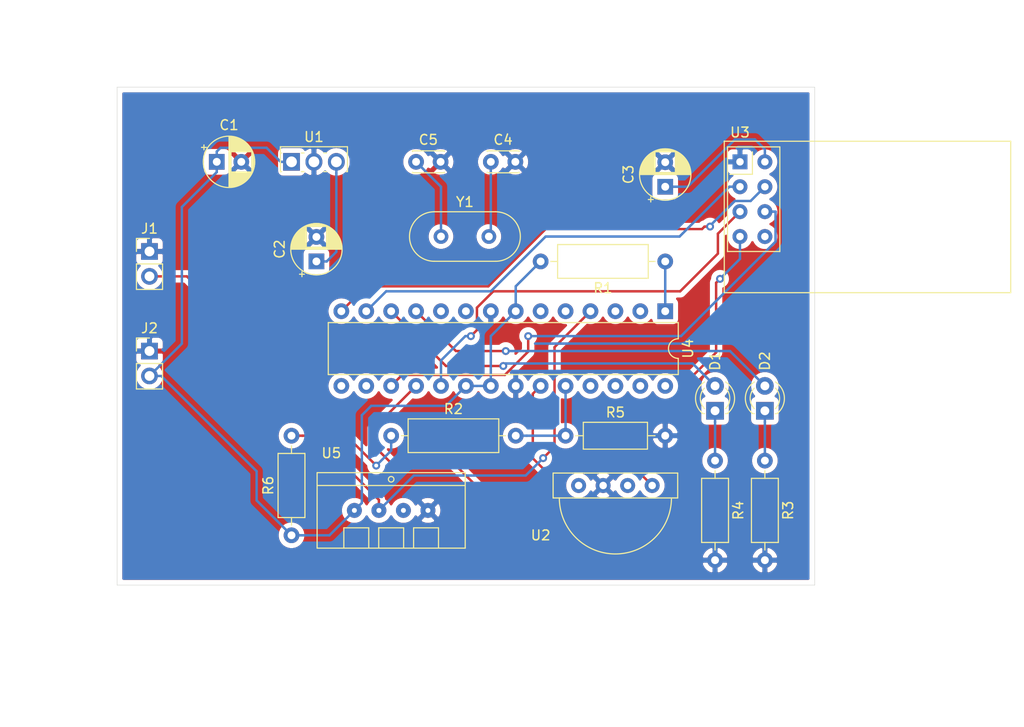
<source format=kicad_pcb>
(kicad_pcb (version 20171130) (host pcbnew "(5.1.4)-1")
  (layers (0 F.Cu signal) (31 B.Cu signal) (34 B.Paste user) (35 F.Paste user) (36 B.SilkS user) (37 F.SilkS user) (38 B.Mask user) (39 F.Mask user) (44 Edge.Cuts user))
  (net 0 "")
  (net 1 GND)
  (net 2 +5V)
  (net 3 +3V3)
  (net 4 XTAL1)
  (net 5 XTAL2)
  (net 6 /LED2)
  (net 7 "Net-(D1-Pad1)")
  (net 8 "Net-(D2-Pad1)")
  (net 9 /LED1)
  (net 10 VDC)
  (net 11 "Net-(R1-Pad1)")
  (net 12 /ADC1)
  (net 13 /Data)
  (net 14 "Net-(U2-Pad3)")
  (net 15 /ADC0)
  (net 16 /CE)
  (net 17 /CSN)
  (net 18 /SCK)
  (net 19 /MOSI)
  (net 20 /MISO)
  (net 21 "Net-(U3-Pad8)")
  (net 22 "Net-(U4-Pad15)")
  (net 23 "Net-(U4-Pad2)")
  (net 24 "Net-(U4-Pad16)")
  (net 25 "Net-(U4-Pad3)")
  (net 26 "Net-(U4-Pad5)")
  (net 27 "Net-(U4-Pad6)")
  (net 28 "Net-(U4-Pad25)")
  (net 29 "Net-(U4-Pad26)")
  (net 30 "Net-(U4-Pad27)")
  (net 31 "Net-(U4-Pad28)")
  (net 32 "Net-(U5-Pad3)")
  (module Capacitor_THT:CP_Radial_D5.0mm_P2.50mm (layer F.Cu) (at 71.12 33.02)
    (fp_text reference C1 (at 1.25 -3.75) (layer F.SilkS))
    (fp_text value 0.1uF)
    (pad 2 thru_hole circle (at 2.5 0) (size 1.6 1.6) (drill 0.8) (layers *.Cu *.Mask) (net 1 GND))
    (pad 1 thru_hole rect (at 0 0) (size 1.6 1.6) (drill 0.8) (layers *.Cu *.Mask) (net 2 +5V))
  )
  (module Capacitor_THT:CP_Radial_D5.0mm_P2.50mm (layer F.Cu) (at 81.28 43.18 90)
    (fp_text reference C2 (at 1.25 -3.75 90) (layer F.SilkS))
    (fp_text value 22uF)
    (pad 1 thru_hole rect (at 0 0 90) (size 1.6 1.6) (drill 0.8) (layers *.Cu *.Mask) (net 3 +3V3))
    (pad 2 thru_hole circle (at 2.5 0 90) (size 1.6 1.6) (drill 0.8) (layers *.Cu *.Mask) (net 1 GND))
  )
  (module Capacitor_THT:CP_Radial_D5.0mm_P2.50mm (layer F.Cu) (at 116.84 35.56 90)
    (fp_text reference C3 (at 1.25 -3.75 90) (layer F.SilkS))
    (fp_text value 10uF)
    (pad 1 thru_hole rect (at 0 0 90) (size 1.6 1.6) (drill 0.8) (layers *.Cu *.Mask) (net 3 +3V3))
    (pad 2 thru_hole circle (at 2.5 0 90) (size 1.6 1.6) (drill 0.8) (layers *.Cu *.Mask) (net 1 GND))
  )
  (module Capacitor_THT:C_Disc_D3.0mm_W2.0mm_P2.50mm (layer F.Cu) (at 99.06 33.02)
    (fp_text reference C4 (at 1.25 -2.25) (layer F.SilkS))
    (fp_text value 22pF)
    (pad 1 thru_hole circle (at 0 0) (size 1.6 1.6) (drill 0.8) (layers *.Cu *.Mask) (net 4 XTAL1))
    (pad 2 thru_hole circle (at 2.5 0) (size 1.6 1.6) (drill 0.8) (layers *.Cu *.Mask) (net 1 GND))
  )
  (module Capacitor_THT:C_Disc_D3.0mm_W2.0mm_P2.50mm (layer F.Cu) (at 91.44 33.02)
    (fp_text reference C5 (at 1.25 -2.25) (layer F.SilkS))
    (fp_text value 22pF)
    (pad 2 thru_hole circle (at 2.5 0) (size 1.6 1.6) (drill 0.8) (layers *.Cu *.Mask) (net 1 GND))
    (pad 1 thru_hole circle (at 0 0) (size 1.6 1.6) (drill 0.8) (layers *.Cu *.Mask) (net 5 XTAL2))
  )
  (module LED_THT:LED_D3.0mm (layer F.Cu) (at 121.92 58.42 90)
    (fp_text reference D1 (at 5.08 0 90) (layer F.SilkS))
    (fp_text value LED)
    (pad 2 thru_hole circle (at 2.54 0 90) (size 1.8 1.8) (drill 0.9) (layers *.Cu *.Mask) (net 6 /LED2))
    (pad 1 thru_hole rect (at 0 0 90) (size 1.8 1.8) (drill 0.9) (layers *.Cu *.Mask) (net 7 "Net-(D1-Pad1)"))
  )
  (module LED_THT:LED_D3.0mm (layer F.Cu) (at 127 58.42 90)
    (fp_text reference D2 (at 5.08 0 90) (layer F.SilkS))
    (fp_text value LED)
    (pad 1 thru_hole rect (at 0 0 90) (size 1.8 1.8) (drill 0.9) (layers *.Cu *.Mask) (net 8 "Net-(D2-Pad1)"))
    (pad 2 thru_hole circle (at 2.54 0 90) (size 1.8 1.8) (drill 0.9) (layers *.Cu *.Mask) (net 9 /LED1))
  )
  (module Connector_PinHeader_2.54mm:PinHeader_1x02_P2.54mm_Vertical (layer F.Cu) (at 64.262 42.164)
    (fp_text reference J1 (at 0 -2.33) (layer F.SilkS))
    (fp_text value Conn_01x02_Female)
    (pad 2 thru_hole oval (at 0 2.54) (size 1.7 1.7) (drill 1) (layers *.Cu *.Mask) (net 10 VDC))
    (pad 1 thru_hole rect (at 0 0) (size 1.7 1.7) (drill 1) (layers *.Cu *.Mask) (net 1 GND))
  )
  (module Connector_PinHeader_2.54mm:PinHeader_1x02_P2.54mm_Vertical (layer F.Cu) (at 64.262 52.324)
    (fp_text reference J2 (at 0 -2.33) (layer F.SilkS))
    (fp_text value Conn_01x02_Female)
    (pad 1 thru_hole rect (at 0 0) (size 1.7 1.7) (drill 1) (layers *.Cu *.Mask) (net 1 GND))
    (pad 2 thru_hole oval (at 0 2.54) (size 1.7 1.7) (drill 1) (layers *.Cu *.Mask) (net 2 +5V))
  )
  (module Resistor_THT:R_Axial_DIN0309_L9.0mm_D3.2mm_P12.70mm_Horizontal (layer F.Cu) (at 116.84 43.18 180)
    (fp_text reference R1 (at 6.35 -2.72) (layer F.SilkS))
    (fp_text value 10k)
    (pad 1 thru_hole circle (at 0 0 180) (size 1.6 1.6) (drill 0.8) (layers *.Cu *.Mask) (net 11 "Net-(R1-Pad1)"))
    (pad 2 thru_hole oval (at 12.7 0 180) (size 1.6 1.6) (drill 0.8) (layers *.Cu *.Mask) (net 2 +5V))
  )
  (module Resistor_THT:R_Axial_DIN0309_L9.0mm_D3.2mm_P12.70mm_Horizontal (layer F.Cu) (at 88.9 60.96)
    (fp_text reference R2 (at 6.35 -2.72) (layer F.SilkS))
    (fp_text value 1k)
    (pad 2 thru_hole oval (at 12.7 0) (size 1.6 1.6) (drill 0.8) (layers *.Cu *.Mask) (net 12 /ADC1))
    (pad 1 thru_hole circle (at 0 0) (size 1.6 1.6) (drill 0.8) (layers *.Cu *.Mask) (net 10 VDC))
  )
  (module Resistor_THT:R_Axial_DIN0207_L6.3mm_D2.5mm_P10.16mm_Horizontal (layer F.Cu) (at 127 63.5 270)
    (fp_text reference R3 (at 5.08 -2.37 90) (layer F.SilkS))
    (fp_text value 330)
    (pad 1 thru_hole circle (at 0 0 270) (size 1.6 1.6) (drill 0.8) (layers *.Cu *.Mask) (net 8 "Net-(D2-Pad1)"))
    (pad 2 thru_hole oval (at 10.16 0 270) (size 1.6 1.6) (drill 0.8) (layers *.Cu *.Mask) (net 1 GND))
  )
  (module Resistor_THT:R_Axial_DIN0207_L6.3mm_D2.5mm_P10.16mm_Horizontal (layer F.Cu) (at 121.92 63.5 270)
    (fp_text reference R4 (at 5.08 -2.37 90) (layer F.SilkS))
    (fp_text value 330)
    (pad 2 thru_hole oval (at 10.16 0 270) (size 1.6 1.6) (drill 0.8) (layers *.Cu *.Mask) (net 1 GND))
    (pad 1 thru_hole circle (at 0 0 270) (size 1.6 1.6) (drill 0.8) (layers *.Cu *.Mask) (net 7 "Net-(D1-Pad1)"))
  )
  (module Resistor_THT:R_Axial_DIN0207_L6.3mm_D2.5mm_P10.16mm_Horizontal (layer F.Cu) (at 106.68 60.96)
    (fp_text reference R5 (at 5.08 -2.37) (layer F.SilkS))
    (fp_text value 1k)
    (pad 1 thru_hole circle (at 0 0) (size 1.6 1.6) (drill 0.8) (layers *.Cu *.Mask) (net 12 /ADC1))
    (pad 2 thru_hole oval (at 10.16 0) (size 1.6 1.6) (drill 0.8) (layers *.Cu *.Mask) (net 1 GND))
  )
  (module Resistor_THT:R_Axial_DIN0207_L6.3mm_D2.5mm_P10.16mm_Horizontal (layer F.Cu) (at 78.74 71.12 90)
    (fp_text reference R6 (at 5.08 -2.37 90) (layer F.SilkS))
    (fp_text value 1k)
    (pad 2 thru_hole oval (at 10.16 0 90) (size 1.6 1.6) (drill 0.8) (layers *.Cu *.Mask) (net 13 /Data))
    (pad 1 thru_hole circle (at 0 0 90) (size 1.6 1.6) (drill 0.8) (layers *.Cu *.Mask) (net 2 +5V))
  )
  (module Package_TO_SOT_THT:SIPAK_Vertical (layer F.Cu) (at 78.74 33.02)
    (fp_text reference U1 (at 2.286 -2.54) (layer F.SilkS))
    (fp_text value TLV2217-33)
    (pad 1 thru_hole rect (at 0 0) (size 1.7145 1.8) (drill 1.1) (layers *.Cu *.Mask) (net 2 +5V))
    (pad 2 thru_hole oval (at 2.286 0) (size 1.7145 1.8) (drill 1.1) (layers *.Cu *.Mask) (net 1 GND))
    (pad 3 thru_hole oval (at 4.572 0) (size 1.7145 1.8) (drill 1.1) (layers *.Cu *.Mask) (net 3 +3V3))
  )
  (module MQ2:MQ2_D (layer F.Cu) (at 111.76 66.04)
    (fp_text reference U2 (at -7.62 5.08) (layer F.SilkS))
    (fp_text value MQ2_D)
    (pad 1 thru_hole circle (at -3.75 0) (size 1.524 1.524) (drill 0.762) (layers *.Cu *.Mask) (net 2 +5V))
    (pad 2 thru_hole circle (at -1.25 0) (size 1.524 1.524) (drill 0.762) (layers *.Cu *.Mask) (net 1 GND))
    (pad 3 thru_hole circle (at 1.25 0) (size 1.524 1.524) (drill 0.762) (layers *.Cu *.Mask) (net 14 "Net-(U2-Pad3)"))
    (pad 4 thru_hole circle (at 3.75 0) (size 1.524 1.524) (drill 0.762) (layers *.Cu *.Mask) (net 15 /ADC0))
  )
  (module RF_Module:nRF24L01_Breakout (layer F.Cu) (at 124.46 33.02)
    (fp_text reference U3 (at 0 -3) (layer F.SilkS))
    (fp_text value NRF24L01_Breakout)
    (pad 1 thru_hole rect (at 0 0) (size 1.524 1.524) (drill 0.762) (layers *.Cu *.Mask) (net 1 GND))
    (pad 2 thru_hole circle (at 2.54 0) (size 1.524 1.524) (drill 0.762) (layers *.Cu *.Mask) (net 3 +3V3))
    (pad 3 thru_hole circle (at 0 2.54) (size 1.524 1.524) (drill 0.762) (layers *.Cu *.Mask) (net 16 /CE))
    (pad 4 thru_hole circle (at 2.54 2.54) (size 1.524 1.524) (drill 0.762) (layers *.Cu *.Mask) (net 17 /CSN))
    (pad 5 thru_hole circle (at 0 5.08) (size 1.524 1.524) (drill 0.762) (layers *.Cu *.Mask) (net 18 /SCK))
    (pad 6 thru_hole circle (at 2.54 5.08) (size 1.524 1.524) (drill 0.762) (layers *.Cu *.Mask) (net 19 /MOSI))
    (pad 7 thru_hole circle (at 0 7.62) (size 1.524 1.524) (drill 0.762) (layers *.Cu *.Mask) (net 20 /MISO))
    (pad 8 thru_hole circle (at 2.54 7.62) (size 1.524 1.524) (drill 0.762) (layers *.Cu *.Mask) (net 21 "Net-(U3-Pad8)"))
  )
  (module Package_DIP:DIP-28_W7.62mm (layer F.Cu) (at 116.84 48.26 270)
    (fp_text reference U4 (at 3.81 -2.33 90) (layer F.SilkS))
    (fp_text value ATmega328P-PU)
    (pad 1 thru_hole rect (at 0 0 270) (size 1.6 1.6) (drill 0.8) (layers *.Cu *.Mask) (net 11 "Net-(R1-Pad1)"))
    (pad 15 thru_hole oval (at 7.62 33.02 270) (size 1.6 1.6) (drill 0.8) (layers *.Cu *.Mask) (net 22 "Net-(U4-Pad15)"))
    (pad 2 thru_hole oval (at 0 2.54 270) (size 1.6 1.6) (drill 0.8) (layers *.Cu *.Mask) (net 23 "Net-(U4-Pad2)"))
    (pad 16 thru_hole oval (at 7.62 30.48 270) (size 1.6 1.6) (drill 0.8) (layers *.Cu *.Mask) (net 24 "Net-(U4-Pad16)"))
    (pad 3 thru_hole oval (at 0 5.08 270) (size 1.6 1.6) (drill 0.8) (layers *.Cu *.Mask) (net 25 "Net-(U4-Pad3)"))
    (pad 17 thru_hole oval (at 7.62 27.94 270) (size 1.6 1.6) (drill 0.8) (layers *.Cu *.Mask) (net 19 /MOSI))
    (pad 4 thru_hole oval (at 0 7.62 270) (size 1.6 1.6) (drill 0.8) (layers *.Cu *.Mask) (net 13 /Data))
    (pad 18 thru_hole oval (at 7.62 25.4 270) (size 1.6 1.6) (drill 0.8) (layers *.Cu *.Mask) (net 20 /MISO))
    (pad 5 thru_hole oval (at 0 10.16 270) (size 1.6 1.6) (drill 0.8) (layers *.Cu *.Mask) (net 26 "Net-(U4-Pad5)"))
    (pad 19 thru_hole oval (at 7.62 22.86 270) (size 1.6 1.6) (drill 0.8) (layers *.Cu *.Mask) (net 18 /SCK))
    (pad 6 thru_hole oval (at 0 12.7 270) (size 1.6 1.6) (drill 0.8) (layers *.Cu *.Mask) (net 27 "Net-(U4-Pad6)"))
    (pad 20 thru_hole oval (at 7.62 20.32 270) (size 1.6 1.6) (drill 0.8) (layers *.Cu *.Mask) (net 2 +5V))
    (pad 7 thru_hole oval (at 0 15.24 270) (size 1.6 1.6) (drill 0.8) (layers *.Cu *.Mask) (net 2 +5V))
    (pad 21 thru_hole oval (at 7.62 17.78 270) (size 1.6 1.6) (drill 0.8) (layers *.Cu *.Mask) (net 2 +5V))
    (pad 8 thru_hole oval (at 0 17.78 270) (size 1.6 1.6) (drill 0.8) (layers *.Cu *.Mask) (net 1 GND))
    (pad 22 thru_hole oval (at 7.62 15.24 270) (size 1.6 1.6) (drill 0.8) (layers *.Cu *.Mask) (net 1 GND))
    (pad 9 thru_hole oval (at 0 20.32 270) (size 1.6 1.6) (drill 0.8) (layers *.Cu *.Mask) (net 4 XTAL1))
    (pad 23 thru_hole oval (at 7.62 12.7 270) (size 1.6 1.6) (drill 0.8) (layers *.Cu *.Mask) (net 15 /ADC0))
    (pad 10 thru_hole oval (at 0 22.86 270) (size 1.6 1.6) (drill 0.8) (layers *.Cu *.Mask) (net 5 XTAL2))
    (pad 24 thru_hole oval (at 7.62 10.16 270) (size 1.6 1.6) (drill 0.8) (layers *.Cu *.Mask) (net 12 /ADC1))
    (pad 11 thru_hole oval (at 0 25.4 270) (size 1.6 1.6) (drill 0.8) (layers *.Cu *.Mask) (net 9 /LED1))
    (pad 25 thru_hole oval (at 7.62 7.62 270) (size 1.6 1.6) (drill 0.8) (layers *.Cu *.Mask) (net 28 "Net-(U4-Pad25)"))
    (pad 12 thru_hole oval (at 0 27.94 270) (size 1.6 1.6) (drill 0.8) (layers *.Cu *.Mask) (net 6 /LED2))
    (pad 26 thru_hole oval (at 7.62 5.08 270) (size 1.6 1.6) (drill 0.8) (layers *.Cu *.Mask) (net 29 "Net-(U4-Pad26)"))
    (pad 13 thru_hole oval (at 0 30.48 270) (size 1.6 1.6) (drill 0.8) (layers *.Cu *.Mask) (net 16 /CE))
    (pad 27 thru_hole oval (at 7.62 2.54 270) (size 1.6 1.6) (drill 0.8) (layers *.Cu *.Mask) (net 30 "Net-(U4-Pad27)"))
    (pad 14 thru_hole oval (at 0 33.02 270) (size 1.6 1.6) (drill 0.8) (layers *.Cu *.Mask) (net 17 /CSN))
    (pad 28 thru_hole oval (at 7.62 0 270) (size 1.6 1.6) (drill 0.8) (layers *.Cu *.Mask) (net 31 "Net-(U4-Pad28)"))
  )
  (module DHT22:DHT22 (layer F.Cu) (at 88.9 68.58)
    (fp_text reference U5 (at -6.096 -5.842) (layer F.SilkS))
    (fp_text value DHT22)
    (pad 2 thru_hole circle (at -1.25 0) (size 1.524 1.524) (drill 0.5) (layers *.Cu *.Mask) (net 13 /Data))
    (pad 1 thru_hole circle (at -3.75 0) (size 1.524 1.524) (drill 0.5) (layers *.Cu *.Mask) (net 2 +5V))
    (pad 3 thru_hole circle (at 1.25 0) (size 1.524 1.524) (drill 0.5) (layers *.Cu *.Mask) (net 32 "Net-(U5-Pad3)"))
    (pad 4 thru_hole circle (at 3.75 0) (size 1.524 1.524) (drill 0.5) (layers *.Cu *.Mask) (net 1 GND))
  )
  (module Crystal:Crystal_HC49-U_Vertical (layer F.Cu) (at 93.98 40.64)
    (fp_text reference Y1 (at 2.44 -3.525) (layer F.SilkS))
    (fp_text value Crystal)
    (pad 1 thru_hole circle (at 0 0) (size 1.5 1.5) (drill 0.8) (layers *.Cu *.Mask) (net 5 XTAL2))
    (pad 2 thru_hole circle (at 4.88 0) (size 1.5 1.5) (drill 0.8) (layers *.Cu *.Mask) (net 4 XTAL1))
  )
  (gr_line (start 132.08 25.4) (end 60.96 25.4) (layer Edge.Cuts) (width 0.05))
  (gr_line (start 132.08 76.2) (end 132.08 25.4) (layer Edge.Cuts) (width 0.05))
  (gr_line (start 60.96 76.2) (end 132.08 76.2) (layer Edge.Cuts) (width 0.05))
  (gr_line (start 60.96 25.4) (end 60.96 76.2) (layer Edge.Cuts) (width 0.05))
  (segment (start 71.12 31.97) (end 71.12 33.02) (width 0.25) (layer B.Cu) (net 2))
  (segment (start 71.50275 31.58725) (end 71.12 31.97) (width 0.25) (layer B.Cu) (net 2))
  (segment (start 76.2 31.58725) (end 71.50275 31.58725) (width 0.25) (layer B.Cu) (net 2))
  (segment (start 77.63275 33.02) (end 76.2 31.58725) (width 0.25) (layer B.Cu) (net 2))
  (segment (start 78.74 33.02) (end 77.63275 33.02) (width 0.25) (layer B.Cu) (net 2))
  (segment (start 82.61 71.12) (end 85.15 68.58) (width 0.25) (layer B.Cu) (net 2))
  (segment (start 78.74 71.12) (end 82.61 71.12) (width 0.25) (layer B.Cu) (net 2))
  (segment (start 85.911999 67.818001) (end 85.911999 58.868001) (width 0.25) (layer B.Cu) (net 2))
  (segment (start 85.15 68.58) (end 85.911999 67.818001) (width 0.25) (layer B.Cu) (net 2))
  (segment (start 85.911999 58.868001) (end 86.868 57.912) (width 0.25) (layer B.Cu) (net 2))
  (segment (start 94.488 57.912) (end 96.52 55.88) (width 0.25) (layer B.Cu) (net 2))
  (segment (start 86.868 57.912) (end 94.488 57.912) (width 0.25) (layer B.Cu) (net 2))
  (segment (start 97.65137 55.88) (end 99.06 55.88) (width 0.25) (layer B.Cu) (net 2))
  (segment (start 96.52 55.88) (end 97.65137 55.88) (width 0.25) (layer B.Cu) (net 2))
  (segment (start 99.06 50.8) (end 101.6 48.26) (width 0.25) (layer B.Cu) (net 2))
  (segment (start 99.06 55.88) (end 99.06 50.8) (width 0.25) (layer B.Cu) (net 2))
  (segment (start 101.6 45.72) (end 104.14 43.18) (width 0.25) (layer B.Cu) (net 2))
  (segment (start 101.6 48.26) (end 101.6 45.72) (width 0.25) (layer B.Cu) (net 2))
  (segment (start 65.464081 54.864) (end 75.184 64.583919) (width 0.25) (layer B.Cu) (net 2))
  (segment (start 64.262 54.864) (end 65.464081 54.864) (width 0.25) (layer B.Cu) (net 2))
  (segment (start 75.184 67.564) (end 78.74 71.12) (width 0.25) (layer B.Cu) (net 2))
  (segment (start 75.184 64.583919) (end 75.184 67.564) (width 0.25) (layer B.Cu) (net 2))
  (segment (start 71.12 34.07) (end 67.564 37.626) (width 0.25) (layer B.Cu) (net 2))
  (segment (start 71.12 33.02) (end 71.12 34.07) (width 0.25) (layer B.Cu) (net 2))
  (segment (start 67.564 51.562) (end 64.262 54.864) (width 0.25) (layer B.Cu) (net 2))
  (segment (start 67.564 37.626) (end 67.564 51.562) (width 0.25) (layer B.Cu) (net 2))
  (segment (start 127 33.02) (end 127 31.75) (width 0.25) (layer B.Cu) (net 3))
  (segment (start 127 31.75) (end 125.984 30.734) (width 0.25) (layer B.Cu) (net 3))
  (segment (start 125.984 30.734) (end 123.952 30.734) (width 0.25) (layer B.Cu) (net 3))
  (segment (start 119.126 35.56) (end 116.84 35.56) (width 0.25) (layer B.Cu) (net 3))
  (segment (start 123.952 30.734) (end 119.126 35.56) (width 0.25) (layer B.Cu) (net 3))
  (segment (start 83.312 34.17) (end 83.312 33.02) (width 0.25) (layer B.Cu) (net 3))
  (segment (start 83.312 42.198) (end 83.312 34.17) (width 0.25) (layer B.Cu) (net 3))
  (segment (start 82.33 43.18) (end 83.312 42.198) (width 0.25) (layer B.Cu) (net 3))
  (segment (start 81.28 43.18) (end 82.33 43.18) (width 0.25) (layer B.Cu) (net 3))
  (segment (start 99.06 40.44) (end 98.86 40.64) (width 0.25) (layer B.Cu) (net 4))
  (segment (start 99.06 33.02) (end 99.06 40.44) (width 0.25) (layer B.Cu) (net 4))
  (segment (start 93.98 35.56) (end 91.44 33.02) (width 0.25) (layer B.Cu) (net 5))
  (segment (start 93.98 40.64) (end 93.98 35.56) (width 0.25) (layer B.Cu) (net 5))
  (via (at 100.33 53.848) (size 0.8) (drill 0.4) (layers F.Cu B.Cu) (net 6))
  (segment (start 100.584 53.594) (end 100.33 53.848) (width 0.25) (layer B.Cu) (net 6))
  (segment (start 121.92 55.88) (end 119.634 53.594) (width 0.25) (layer B.Cu) (net 6))
  (segment (start 119.634 53.594) (end 100.584 53.594) (width 0.25) (layer B.Cu) (net 6))
  (segment (start 94.488 53.848) (end 88.9 48.26) (width 0.25) (layer F.Cu) (net 6))
  (segment (start 100.33 53.848) (end 94.488 53.848) (width 0.25) (layer F.Cu) (net 6))
  (segment (start 121.92 59.57) (end 121.92 63.5) (width 0.25) (layer B.Cu) (net 7))
  (segment (start 121.92 58.42) (end 121.92 59.57) (width 0.25) (layer B.Cu) (net 7))
  (segment (start 127 59.57) (end 127 63.5) (width 0.25) (layer B.Cu) (net 8))
  (segment (start 127 58.42) (end 127 59.57) (width 0.25) (layer B.Cu) (net 8))
  (via (at 100.584 52.324) (size 0.8) (drill 0.4) (layers F.Cu B.Cu) (net 9))
  (segment (start 127 55.88) (end 123.444 52.324) (width 0.25) (layer B.Cu) (net 9))
  (segment (start 123.444 52.324) (end 100.584 52.324) (width 0.25) (layer B.Cu) (net 9))
  (segment (start 95.504 52.324) (end 91.44 48.26) (width 0.25) (layer F.Cu) (net 9))
  (segment (start 100.584 52.324) (end 95.504 52.324) (width 0.25) (layer F.Cu) (net 9))
  (via (at 87.376 64.008) (size 0.8) (drill 0.4) (layers F.Cu B.Cu) (net 10))
  (segment (start 64.262 44.704) (end 68.072 44.704) (width 0.25) (layer F.Cu) (net 10))
  (segment (start 68.072 44.704) (end 87.376 64.008) (width 0.25) (layer F.Cu) (net 10))
  (segment (start 88.9 62.484) (end 88.9 60.96) (width 0.25) (layer B.Cu) (net 10))
  (segment (start 87.376 64.008) (end 88.9 62.484) (width 0.25) (layer B.Cu) (net 10))
  (segment (start 116.84 47.21) (end 116.84 43.18) (width 0.25) (layer B.Cu) (net 11))
  (segment (start 116.84 48.26) (end 116.84 47.21) (width 0.25) (layer B.Cu) (net 11))
  (segment (start 102.73137 60.96) (end 106.68 60.96) (width 0.25) (layer B.Cu) (net 12))
  (segment (start 101.6 60.96) (end 102.73137 60.96) (width 0.25) (layer B.Cu) (net 12))
  (segment (start 106.68 55.88) (end 106.68 60.96) (width 0.25) (layer B.Cu) (net 12))
  (segment (start 87.65 68.58) (end 91.206 65.024) (width 0.25) (layer B.Cu) (net 13))
  (via (at 104.394 63.246) (size 0.8) (drill 0.4) (layers F.Cu B.Cu) (net 13))
  (segment (start 91.206 65.024) (end 102.616 65.024) (width 0.25) (layer B.Cu) (net 13))
  (segment (start 102.616 65.024) (end 104.394 63.246) (width 0.25) (layer B.Cu) (net 13))
  (segment (start 108.420001 49.059999) (end 109.22 48.26) (width 0.25) (layer F.Cu) (net 13))
  (segment (start 105.554999 51.925001) (end 108.420001 49.059999) (width 0.25) (layer F.Cu) (net 13))
  (segment (start 105.554999 62.085001) (end 105.554999 51.925001) (width 0.25) (layer F.Cu) (net 13))
  (segment (start 104.394 63.246) (end 105.554999 62.085001) (width 0.25) (layer F.Cu) (net 13))
  (segment (start 79.87137 60.96) (end 78.74 60.96) (width 0.25) (layer F.Cu) (net 13))
  (segment (start 81.10763 60.96) (end 79.87137 60.96) (width 0.25) (layer F.Cu) (net 13))
  (segment (start 87.65 67.50237) (end 81.10763 60.96) (width 0.25) (layer F.Cu) (net 13))
  (segment (start 87.65 68.58) (end 87.65 67.50237) (width 0.25) (layer F.Cu) (net 13))
  (segment (start 103.340001 56.679999) (end 104.14 55.88) (width 0.25) (layer F.Cu) (net 15))
  (segment (start 115.51 66.04) (end 112.97 63.5) (width 0.25) (layer F.Cu) (net 15))
  (segment (start 112.97 63.5) (end 107.696 63.5) (width 0.25) (layer F.Cu) (net 15))
  (segment (start 107.696 63.5) (end 106.68 64.516) (width 0.25) (layer F.Cu) (net 15))
  (segment (start 106.68 64.516) (end 104.590998 64.516) (width 0.25) (layer F.Cu) (net 15))
  (segment (start 104.590998 64.516) (end 103.340001 63.265003) (width 0.25) (layer F.Cu) (net 15))
  (segment (start 103.340001 63.265003) (end 103.340001 56.679999) (width 0.25) (layer F.Cu) (net 15))
  (segment (start 123.38237 35.56) (end 118.30237 40.64) (width 0.25) (layer B.Cu) (net 16))
  (segment (start 124.46 35.56) (end 123.38237 35.56) (width 0.25) (layer B.Cu) (net 16))
  (segment (start 118.30237 40.64) (end 104.648 40.64) (width 0.25) (layer B.Cu) (net 16))
  (segment (start 104.648 40.64) (end 99.06 46.228) (width 0.25) (layer B.Cu) (net 16))
  (segment (start 88.392 46.228) (end 86.36 48.26) (width 0.25) (layer B.Cu) (net 16))
  (segment (start 99.06 46.228) (end 88.392 46.228) (width 0.25) (layer B.Cu) (net 16))
  (via (at 121.412 39.624) (size 0.8) (drill 0.4) (layers F.Cu B.Cu) (net 17))
  (segment (start 121.412 39.539238) (end 121.412 39.624) (width 0.25) (layer B.Cu) (net 17))
  (segment (start 123.938239 37.012999) (end 121.412 39.539238) (width 0.25) (layer B.Cu) (net 17))
  (segment (start 127 35.56) (end 125.547001 37.012999) (width 0.25) (layer B.Cu) (net 17))
  (segment (start 125.547001 37.012999) (end 123.938239 37.012999) (width 0.25) (layer B.Cu) (net 17))
  (segment (start 120.846315 39.624) (end 120.592315 39.878) (width 0.25) (layer F.Cu) (net 17))
  (segment (start 121.412 39.624) (end 120.846315 39.624) (width 0.25) (layer F.Cu) (net 17))
  (segment (start 120.592315 39.878) (end 104.648 39.878) (width 0.25) (layer F.Cu) (net 17))
  (segment (start 104.648 39.878) (end 98.806 45.72) (width 0.25) (layer F.Cu) (net 17))
  (segment (start 86.36 45.72) (end 83.82 48.26) (width 0.25) (layer F.Cu) (net 17))
  (segment (start 98.806 45.72) (end 86.36 45.72) (width 0.25) (layer F.Cu) (net 17))
  (segment (start 122.210999 40.349001) (end 122.210999 42.381001) (width 0.25) (layer F.Cu) (net 18))
  (segment (start 124.46 38.1) (end 122.210999 40.349001) (width 0.25) (layer F.Cu) (net 18))
  (segment (start 122.210999 42.381001) (end 118.364 46.228) (width 0.25) (layer F.Cu) (net 18))
  (segment (start 99.314 46.228) (end 97.645001 47.896999) (width 0.25) (layer F.Cu) (net 18))
  (segment (start 118.364 46.228) (end 99.314 46.228) (width 0.25) (layer F.Cu) (net 18))
  (via (at 97.028 50.8) (size 0.8) (drill 0.4) (layers F.Cu B.Cu) (net 18))
  (segment (start 97.645001 47.896999) (end 97.645001 50.182999) (width 0.25) (layer F.Cu) (net 18))
  (segment (start 97.645001 50.182999) (end 97.028 50.8) (width 0.25) (layer F.Cu) (net 18))
  (segment (start 93.98 54.74863) (end 93.98 55.88) (width 0.25) (layer B.Cu) (net 18))
  (segment (start 93.98 53.282315) (end 93.98 54.74863) (width 0.25) (layer B.Cu) (net 18))
  (segment (start 96.462315 50.8) (end 93.98 53.282315) (width 0.25) (layer B.Cu) (net 18))
  (segment (start 97.028 50.8) (end 96.462315 50.8) (width 0.25) (layer B.Cu) (net 18))
  (segment (start 128.087001 41.161761) (end 118.448762 50.8) (width 0.25) (layer B.Cu) (net 19))
  (segment (start 128.087001 38.109371) (end 128.087001 41.161761) (width 0.25) (layer B.Cu) (net 19))
  (segment (start 127 38.1) (end 128.07763 38.1) (width 0.25) (layer B.Cu) (net 19))
  (segment (start 128.07763 38.1) (end 128.087001 38.109371) (width 0.25) (layer B.Cu) (net 19))
  (via (at 102.87 50.8) (size 0.8) (drill 0.4) (layers F.Cu B.Cu) (net 19))
  (segment (start 118.448762 50.8) (end 102.87 50.8) (width 0.25) (layer B.Cu) (net 19))
  (segment (start 89.699999 55.080001) (end 88.9 55.88) (width 0.25) (layer F.Cu) (net 19))
  (segment (start 90.025001 54.754999) (end 89.699999 55.080001) (width 0.25) (layer F.Cu) (net 19))
  (segment (start 100.496003 54.754999) (end 90.025001 54.754999) (width 0.25) (layer F.Cu) (net 19))
  (segment (start 102.87 52.381002) (end 100.496003 54.754999) (width 0.25) (layer F.Cu) (net 19))
  (segment (start 102.87 50.8) (end 102.87 52.381002) (width 0.25) (layer F.Cu) (net 19))
  (via (at 122.428 44.958) (size 0.8) (drill 0.4) (layers F.Cu B.Cu) (net 20))
  (segment (start 124.46 40.64) (end 124.46 42.926) (width 0.25) (layer B.Cu) (net 20))
  (segment (start 124.46 42.926) (end 122.428 44.958) (width 0.25) (layer B.Cu) (net 20))
  (segment (start 87.122 60.198) (end 91.44 55.88) (width 0.25) (layer F.Cu) (net 20))
  (segment (start 87.122 61.976) (end 87.122 60.198) (width 0.25) (layer F.Cu) (net 20))
  (segment (start 104.648 73.152) (end 95.25 63.754) (width 0.25) (layer F.Cu) (net 20))
  (segment (start 88.9 63.754) (end 87.122 61.976) (width 0.25) (layer F.Cu) (net 20))
  (segment (start 122.028001 45.357999) (end 122.028001 52.469999) (width 0.25) (layer F.Cu) (net 20))
  (segment (start 95.25 63.754) (end 88.9 63.754) (width 0.25) (layer F.Cu) (net 20))
  (segment (start 122.428 44.958) (end 122.028001 45.357999) (width 0.25) (layer F.Cu) (net 20))
  (segment (start 122.028001 52.469999) (end 118.364 56.134) (width 0.25) (layer F.Cu) (net 20))
  (segment (start 118.364 56.134) (end 118.364 70.358) (width 0.25) (layer F.Cu) (net 20))
  (segment (start 118.364 70.358) (end 115.57 73.152) (width 0.25) (layer F.Cu) (net 20))
  (segment (start 115.57 73.152) (end 104.648 73.152) (width 0.25) (layer F.Cu) (net 20))
  (zone (net 1) (net_name GND) (layer F.Cu) (connect_pads (clearance 0.508)) (min_thickness 0.254) (fill yes (arc_segments 32) (thermal_gap 0.508) (thermal_bridge_width 0.508))
    (polygon (pts (xy 56.388 18.288) (xy 153.416 20.32) (xy 140.716 88.646) (xy 51.562 89.154)))
  )
  (zone (net 1) (net_name GND) (layer B.Cu) (connect_pads (clearance 0.508)) (min_thickness 0.254) (fill yes (arc_segments 32) (thermal_gap 0.508) (thermal_bridge_width 0.508))
    (polygon (pts (xy 142.748 90.678) (xy 49.022 88.9) (xy 54.864 18.034) (xy 153.416 16.51)))
  )
)
</source>
